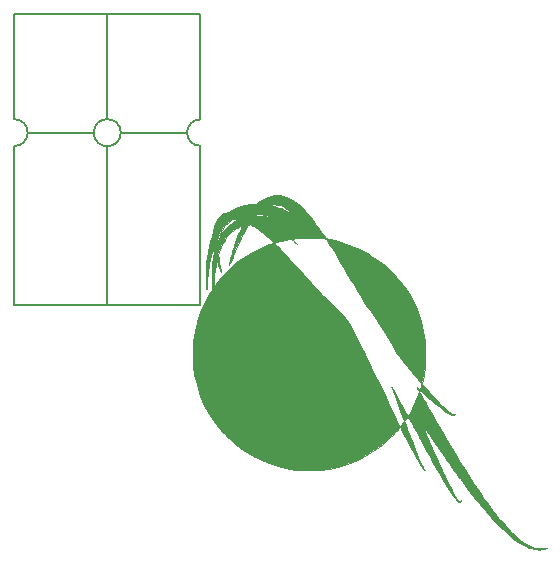
<source format=gbr>
%TF.GenerationSoftware,KiCad,Pcbnew,(5.1.10)-1*%
%TF.CreationDate,2021-12-04T17:03:40-06:00*%
%TF.ProjectId,blackbox_rev1,626c6163-6b62-46f7-985f-726576312e6b,rev?*%
%TF.SameCoordinates,Original*%
%TF.FileFunction,Legend,Bot*%
%TF.FilePolarity,Positive*%
%FSLAX46Y46*%
G04 Gerber Fmt 4.6, Leading zero omitted, Abs format (unit mm)*
G04 Created by KiCad (PCBNEW (5.1.10)-1) date 2021-12-04 17:03:40*
%MOMM*%
%LPD*%
G01*
G04 APERTURE LIST*
%ADD10C,0.010000*%
%ADD11C,0.150000*%
G04 APERTURE END LIST*
D10*
%TO.C,G\u002A\u002A\u002A*%
G36*
X106024269Y-59606685D02*
G01*
X106008547Y-59570497D01*
X105957416Y-59493518D01*
X105928081Y-59451982D01*
X105873205Y-59370979D01*
X105819438Y-59282069D01*
X105763406Y-59178140D01*
X105701736Y-59052082D01*
X105631053Y-58896787D01*
X105547984Y-58705143D01*
X105449155Y-58470041D01*
X105361169Y-58257294D01*
X105286340Y-58073597D01*
X105194050Y-57844001D01*
X105088301Y-57578691D01*
X104973093Y-57287848D01*
X104852429Y-56981657D01*
X104730309Y-56670299D01*
X104610734Y-56363959D01*
X104497706Y-56072818D01*
X104395226Y-55807060D01*
X104307294Y-55576868D01*
X104289798Y-55530684D01*
X104257389Y-55444976D01*
X104088985Y-55675575D01*
X104014527Y-55771984D01*
X103951654Y-55843160D01*
X103909066Y-55879781D01*
X103896950Y-55881378D01*
X103880149Y-55850726D01*
X103839539Y-55770526D01*
X103777351Y-55645339D01*
X103695816Y-55479725D01*
X103597165Y-55278243D01*
X103483628Y-55045454D01*
X103357437Y-54785918D01*
X103220822Y-54504195D01*
X103076014Y-54204844D01*
X103018226Y-54085187D01*
X102685527Y-53396374D01*
X102376801Y-52758058D01*
X102090227Y-52166512D01*
X101823981Y-51618009D01*
X101576240Y-51108822D01*
X101345183Y-50635225D01*
X101128986Y-50193491D01*
X100925827Y-49779893D01*
X100733883Y-49390703D01*
X100551330Y-49022196D01*
X100376347Y-48670645D01*
X100207111Y-48332322D01*
X100110778Y-48140506D01*
X99980215Y-47879366D01*
X99868725Y-47654876D01*
X99772344Y-47461882D01*
X99687107Y-47295230D01*
X99609047Y-47149763D01*
X99534201Y-47020328D01*
X99458603Y-46901771D01*
X99378288Y-46788936D01*
X99289290Y-46676669D01*
X99187645Y-46559815D01*
X99069388Y-46433220D01*
X98930552Y-46291728D01*
X98767175Y-46130186D01*
X98575289Y-45943439D01*
X98350930Y-45726332D01*
X98090133Y-45473710D01*
X97968340Y-45355351D01*
X97748659Y-45140396D01*
X97533736Y-44927847D01*
X97329178Y-44723403D01*
X97140595Y-44532766D01*
X96973592Y-44361635D01*
X96833780Y-44215713D01*
X96726764Y-44100698D01*
X96664472Y-44029936D01*
X96495057Y-43830740D01*
X96289623Y-43595200D01*
X96054177Y-43329861D01*
X95794729Y-43041266D01*
X95517285Y-42735959D01*
X95227856Y-42420484D01*
X94932449Y-42101384D01*
X94637072Y-41785204D01*
X94347734Y-41478488D01*
X94070443Y-41187779D01*
X93811207Y-40919621D01*
X93768788Y-40876158D01*
X93625321Y-40728969D01*
X93497222Y-40596746D01*
X93390028Y-40485270D01*
X93309274Y-40400322D01*
X93260498Y-40347682D01*
X93248252Y-40332676D01*
X93285155Y-40319528D01*
X93368766Y-40295473D01*
X93487379Y-40263495D01*
X93629282Y-40226580D01*
X93782768Y-40187711D01*
X93936127Y-40149874D01*
X94077650Y-40116052D01*
X94195628Y-40089232D01*
X94241208Y-40079567D01*
X94434030Y-40043209D01*
X94574163Y-40024060D01*
X94666337Y-40021770D01*
X94715285Y-40035987D01*
X94722533Y-40043871D01*
X94751218Y-40072171D01*
X94816123Y-40128417D01*
X94906356Y-40203323D01*
X94972000Y-40256476D01*
X95206165Y-40444321D01*
X94969224Y-40220845D01*
X94732283Y-39997368D01*
X94834118Y-39979143D01*
X95014617Y-39953036D01*
X95230959Y-39931887D01*
X95474944Y-39915639D01*
X95738377Y-39904229D01*
X96013061Y-39897599D01*
X96290797Y-39895688D01*
X96563389Y-39898437D01*
X96822640Y-39905784D01*
X97060352Y-39917671D01*
X97268328Y-39934038D01*
X97438372Y-39954823D01*
X97562285Y-39979968D01*
X97615975Y-39999507D01*
X97650306Y-40034930D01*
X97711069Y-40117254D01*
X97795027Y-40241174D01*
X97898940Y-40401387D01*
X98019573Y-40592589D01*
X98153687Y-40809474D01*
X98298044Y-41046739D01*
X98449407Y-41299080D01*
X98604537Y-41561192D01*
X98760197Y-41827771D01*
X98913149Y-42093513D01*
X99060155Y-42353113D01*
X99139913Y-42496062D01*
X99266475Y-42720394D01*
X99402403Y-42954604D01*
X99539773Y-43185499D01*
X99670662Y-43399885D01*
X99787143Y-43584569D01*
X99861201Y-43697007D01*
X99972003Y-43866194D01*
X100100683Y-44071748D01*
X100237111Y-44296921D01*
X100371155Y-44524965D01*
X100492686Y-44739133D01*
X100504845Y-44761107D01*
X100654054Y-45024712D01*
X100800780Y-45268345D01*
X100955576Y-45508384D01*
X101128999Y-45761207D01*
X101327161Y-46037112D01*
X101751509Y-46630004D01*
X102152504Y-47215779D01*
X102539470Y-47808884D01*
X102921728Y-48423764D01*
X103308600Y-49074868D01*
X103488372Y-49386487D01*
X103596246Y-49571854D01*
X103694409Y-49731859D01*
X103791710Y-49879041D01*
X103896996Y-50025938D01*
X104019116Y-50185087D01*
X104166918Y-50369026D01*
X104272315Y-50497362D01*
X104417778Y-50673808D01*
X104562467Y-50849808D01*
X104698180Y-51015346D01*
X104816711Y-51160404D01*
X104909856Y-51274967D01*
X104948628Y-51323012D01*
X105041939Y-51437960D01*
X105160081Y-51581693D01*
X105289018Y-51737224D01*
X105414716Y-51887566D01*
X105435498Y-51912272D01*
X105537843Y-52036195D01*
X105624685Y-52145905D01*
X105689242Y-52232468D01*
X105724729Y-52286951D01*
X105729451Y-52299342D01*
X105721442Y-52344428D01*
X105700831Y-52426365D01*
X105672748Y-52527507D01*
X105642320Y-52630206D01*
X105614676Y-52716815D01*
X105594945Y-52769685D01*
X105590563Y-52777286D01*
X105564348Y-52765129D01*
X105508014Y-52720513D01*
X105438150Y-52657191D01*
X105368862Y-52594753D01*
X105336426Y-52574064D01*
X105342715Y-52596286D01*
X105344369Y-52599017D01*
X105386345Y-52672004D01*
X105437985Y-52767864D01*
X105458359Y-52807262D01*
X105499331Y-52884276D01*
X105524459Y-52914181D01*
X105544244Y-52903827D01*
X105561481Y-52874538D01*
X105577639Y-52849972D01*
X105598047Y-52841554D01*
X105630422Y-52854108D01*
X105682480Y-52892462D01*
X105761941Y-52961439D01*
X105876522Y-53065866D01*
X105895787Y-53083572D01*
X106235604Y-53393387D01*
X106538338Y-53663587D01*
X106808463Y-53897902D01*
X107050450Y-54100062D01*
X107268771Y-54273799D01*
X107467901Y-54422841D01*
X107652310Y-54550920D01*
X107665976Y-54559986D01*
X107910396Y-54711331D01*
X108119546Y-54819064D01*
X108292386Y-54882819D01*
X108427875Y-54902224D01*
X108524974Y-54876913D01*
X108536662Y-54868855D01*
X108568713Y-54840781D01*
X108562746Y-54827071D01*
X108510065Y-54822380D01*
X108459975Y-54821721D01*
X108326123Y-54801869D01*
X108193317Y-54738341D01*
X108187403Y-54734621D01*
X108082244Y-54660320D01*
X107946045Y-54552882D01*
X107789871Y-54421982D01*
X107624788Y-54277292D01*
X107461862Y-54128488D01*
X107312160Y-53985243D01*
X107200610Y-53871955D01*
X107107967Y-53773203D01*
X106990607Y-53646595D01*
X106854691Y-53498919D01*
X106706380Y-53336963D01*
X106551834Y-53167513D01*
X106397213Y-52997356D01*
X106248678Y-52833280D01*
X106112390Y-52682072D01*
X105994509Y-52550518D01*
X105901195Y-52445407D01*
X105838609Y-52373525D01*
X105818078Y-52348800D01*
X105751904Y-52264673D01*
X105833109Y-51898925D01*
X105899815Y-51581245D01*
X105951683Y-51290507D01*
X105990675Y-51009740D01*
X106018754Y-50721968D01*
X106037883Y-50410219D01*
X106050024Y-50057518D01*
X106051050Y-50014067D01*
X106054813Y-49525971D01*
X106041729Y-49080416D01*
X106010242Y-48661878D01*
X105958797Y-48254829D01*
X105885836Y-47843744D01*
X105790795Y-47417182D01*
X105582967Y-46685332D01*
X105320230Y-45975184D01*
X105004700Y-45289623D01*
X104638491Y-44631533D01*
X104223717Y-44003800D01*
X103762493Y-43409307D01*
X103256933Y-42850939D01*
X102709152Y-42331582D01*
X102121264Y-41854119D01*
X101495384Y-41421435D01*
X101312819Y-41308217D01*
X100689742Y-40962324D01*
X100037962Y-40659751D01*
X99367466Y-40404259D01*
X98688240Y-40199612D01*
X98010273Y-40049572D01*
X97938317Y-40036925D01*
X97780490Y-40004800D01*
X97678655Y-39971666D01*
X97629537Y-39937325D01*
X97602301Y-39898487D01*
X97546193Y-39817590D01*
X97466345Y-39702066D01*
X97367891Y-39559346D01*
X97255963Y-39396863D01*
X97167651Y-39268520D01*
X96838166Y-38800752D01*
X96528214Y-38384728D01*
X96234415Y-38016688D01*
X95953387Y-37692875D01*
X95681750Y-37409527D01*
X95416124Y-37162887D01*
X95153127Y-36949194D01*
X94954645Y-36807662D01*
X94779714Y-36700854D01*
X94578332Y-36594997D01*
X94369602Y-36498934D01*
X94172626Y-36421505D01*
X94018698Y-36374449D01*
X93772482Y-36330735D01*
X93506053Y-36311295D01*
X93245582Y-36317028D01*
X93053675Y-36341356D01*
X92697882Y-36439288D01*
X92356889Y-36595304D01*
X92031154Y-36809179D01*
X91918399Y-36899715D01*
X91831367Y-36967490D01*
X91760522Y-37002670D01*
X91679977Y-37015502D01*
X91622731Y-37016747D01*
X91220378Y-37040328D01*
X90812119Y-37108428D01*
X90715025Y-37134780D01*
X92933850Y-37134780D01*
X92975415Y-37108709D01*
X93014440Y-37096522D01*
X93071385Y-37089971D01*
X93169881Y-37086760D01*
X93291499Y-37087367D01*
X93329688Y-37088363D01*
X93504825Y-37101008D01*
X93649340Y-37130099D01*
X93773401Y-37173491D01*
X93976348Y-37266155D01*
X94157971Y-37372270D01*
X94334463Y-37502960D01*
X94522015Y-37669347D01*
X94588506Y-37733409D01*
X94686629Y-37831158D01*
X94759561Y-37907222D01*
X94801899Y-37955665D01*
X94808240Y-37970554D01*
X94800846Y-37966669D01*
X94490525Y-37773934D01*
X94222390Y-37620237D01*
X93994156Y-37504271D01*
X93983233Y-37499200D01*
X93822111Y-37430140D01*
X93637580Y-37359567D01*
X93446331Y-37293092D01*
X93265057Y-37236329D01*
X93110449Y-37194892D01*
X93029078Y-37178335D01*
X92951847Y-37158604D01*
X92933850Y-37134780D01*
X90715025Y-37134780D01*
X90411783Y-37217082D01*
X90033204Y-37362323D01*
X89690213Y-37540189D01*
X89600826Y-37596354D01*
X89497439Y-37656509D01*
X89395815Y-37703264D01*
X89336544Y-37721975D01*
X89258368Y-37745200D01*
X89148493Y-37787152D01*
X89028769Y-37839392D01*
X89011307Y-37847595D01*
X88771131Y-37994357D01*
X88770741Y-37994723D01*
X91694525Y-37994723D01*
X91704484Y-37970920D01*
X91732548Y-37938736D01*
X91739171Y-37931685D01*
X91776732Y-37894646D01*
X91814060Y-37871747D01*
X91862766Y-37862637D01*
X91934460Y-37866966D01*
X92040752Y-37884384D01*
X92193254Y-37914540D01*
X92208002Y-37917534D01*
X92330694Y-37944891D01*
X92471255Y-37980083D01*
X92618819Y-38019897D01*
X92762519Y-38061118D01*
X92891488Y-38100533D01*
X92994861Y-38134928D01*
X93061770Y-38161089D01*
X93081350Y-38175802D01*
X93081327Y-38175825D01*
X93048854Y-38175949D01*
X92971671Y-38166835D01*
X92864090Y-38150298D01*
X92818268Y-38142455D01*
X92687286Y-38122527D01*
X92518430Y-38101276D01*
X92333748Y-38081279D01*
X92159804Y-38065477D01*
X91974882Y-38050385D01*
X91842850Y-38037976D01*
X91756751Y-38026038D01*
X91709628Y-38012358D01*
X91694525Y-37994723D01*
X88770741Y-37994723D01*
X88562879Y-38189779D01*
X88388563Y-38430457D01*
X88250191Y-38712985D01*
X88149774Y-39033961D01*
X88089320Y-39389977D01*
X88086877Y-39413691D01*
X88065752Y-39542796D01*
X88028650Y-39695886D01*
X87983232Y-39841747D01*
X87978805Y-39853981D01*
X87861286Y-40215691D01*
X87846165Y-40274312D01*
X88431228Y-40274312D01*
X88444325Y-40059562D01*
X88457595Y-39928788D01*
X88484619Y-39821570D01*
X88534036Y-39709390D01*
X88571670Y-39639231D01*
X88827150Y-39225996D01*
X89104533Y-38867022D01*
X89405729Y-38559952D01*
X89531697Y-38452427D01*
X89711839Y-38306492D01*
X89906993Y-38325101D01*
X90008648Y-38336334D01*
X90083651Y-38347512D01*
X90114656Y-38355760D01*
X90121089Y-38363844D01*
X90115358Y-38374504D01*
X90088026Y-38394423D01*
X90029654Y-38430284D01*
X89930803Y-38488772D01*
X89906993Y-38502802D01*
X89578854Y-38723906D01*
X89284212Y-38982450D01*
X89018268Y-39283785D01*
X88776228Y-39633258D01*
X88580462Y-39982387D01*
X88431228Y-40274312D01*
X87846165Y-40274312D01*
X87754480Y-40629754D01*
X87659832Y-41089199D01*
X87578786Y-41587052D01*
X87515544Y-42090742D01*
X87501749Y-42247943D01*
X87490175Y-42439209D01*
X87480885Y-42655433D01*
X87473943Y-42887505D01*
X87469413Y-43126317D01*
X87467358Y-43362761D01*
X87467842Y-43587728D01*
X87470929Y-43792110D01*
X87476683Y-43966798D01*
X87485167Y-44102684D01*
X87496446Y-44190659D01*
X87500722Y-44207409D01*
X87517271Y-44252828D01*
X87526465Y-44255128D01*
X87530890Y-44208245D01*
X87532715Y-44132350D01*
X87542463Y-43893813D01*
X87563472Y-43610545D01*
X87593966Y-43296431D01*
X87632172Y-42965356D01*
X87676312Y-42631204D01*
X87724613Y-42307860D01*
X87775297Y-42009207D01*
X87826590Y-41749132D01*
X87851425Y-41639916D01*
X87897298Y-41457062D01*
X87945919Y-41276721D01*
X87994511Y-41107817D01*
X88040297Y-40959276D01*
X88080500Y-40840022D01*
X88112342Y-40758982D01*
X88133048Y-40725079D01*
X88136102Y-40724978D01*
X88163680Y-40773580D01*
X88177466Y-40869054D01*
X88177479Y-40999835D01*
X88163744Y-41154359D01*
X88136282Y-41321060D01*
X88134948Y-41327580D01*
X88091457Y-41551354D01*
X88056118Y-41765536D01*
X88028092Y-41980321D01*
X88006545Y-42205901D01*
X87990640Y-42452471D01*
X87979542Y-42730223D01*
X87972413Y-43049350D01*
X87968922Y-43351735D01*
X87964243Y-43936441D01*
X88137067Y-43936441D01*
X88139951Y-43819778D01*
X88145907Y-43674517D01*
X88154412Y-43511081D01*
X88164946Y-43339894D01*
X88176984Y-43171377D01*
X88190006Y-43015955D01*
X88198274Y-42931404D01*
X88214953Y-42790479D01*
X88237113Y-42628883D01*
X88262783Y-42458404D01*
X88289993Y-42290830D01*
X88316771Y-42137949D01*
X88341145Y-42011549D01*
X88361144Y-41923418D01*
X88372702Y-41888328D01*
X88388913Y-41900521D01*
X88418648Y-41960658D01*
X88457844Y-42059265D01*
X88502438Y-42186872D01*
X88507924Y-42203576D01*
X88575469Y-42405004D01*
X88635873Y-42574151D01*
X88686850Y-42705266D01*
X88726114Y-42792597D01*
X88751382Y-42830392D01*
X88756963Y-42830449D01*
X88755954Y-42797941D01*
X88743994Y-42718420D01*
X88723067Y-42603511D01*
X88695154Y-42464839D01*
X88692340Y-42451465D01*
X88654005Y-42262174D01*
X88613176Y-42047983D01*
X88575790Y-41840582D01*
X88556556Y-41726924D01*
X88498107Y-41368655D01*
X88589341Y-41106708D01*
X88665683Y-40905839D01*
X88760085Y-40685571D01*
X88864595Y-40462447D01*
X88971264Y-40253012D01*
X89072141Y-40073809D01*
X89128457Y-39984893D01*
X89271629Y-39795276D01*
X89445371Y-39599940D01*
X89631480Y-39417788D01*
X89811753Y-39267722D01*
X89836729Y-39249459D01*
X89927598Y-39189708D01*
X90039498Y-39123875D01*
X90160438Y-39058025D01*
X90278428Y-38998221D01*
X90381477Y-38950527D01*
X90457595Y-38921007D01*
X90494791Y-38915724D01*
X90495520Y-38916307D01*
X90489993Y-38947520D01*
X90464031Y-39018783D01*
X90422917Y-39115884D01*
X90413783Y-39136181D01*
X90325142Y-39340169D01*
X90225428Y-39584343D01*
X90121170Y-39851477D01*
X90018894Y-40124349D01*
X89925129Y-40385734D01*
X89846402Y-40618407D01*
X89817466Y-40709655D01*
X89767432Y-40876899D01*
X89713448Y-41065921D01*
X89657943Y-41267283D01*
X89603348Y-41471549D01*
X89552091Y-41669283D01*
X89506601Y-41851046D01*
X89469310Y-42007403D01*
X89442645Y-42128916D01*
X89429036Y-42206150D01*
X89427800Y-42223264D01*
X89438747Y-42211761D01*
X89469282Y-42150391D01*
X89516825Y-42045095D01*
X89578795Y-41901811D01*
X89652610Y-41726477D01*
X89735689Y-41525033D01*
X89798576Y-41370175D01*
X89930424Y-41046141D01*
X90046349Y-40767940D01*
X90151246Y-40525084D01*
X90250013Y-40307085D01*
X90347547Y-40103453D01*
X90448744Y-39903701D01*
X90558501Y-39697339D01*
X90681716Y-39473879D01*
X90695029Y-39450078D01*
X90814779Y-39237763D01*
X90910296Y-39072787D01*
X90985550Y-38949479D01*
X91044511Y-38862164D01*
X91091149Y-38805171D01*
X91129435Y-38772827D01*
X91163339Y-38759460D01*
X91179339Y-38758118D01*
X91233753Y-38774111D01*
X91323414Y-38817276D01*
X91434346Y-38880391D01*
X91517728Y-38932943D01*
X91640112Y-39017148D01*
X91791678Y-39127217D01*
X91955496Y-39250552D01*
X92114633Y-39374557D01*
X92159016Y-39410074D01*
X92187797Y-39433650D01*
X93930161Y-39433650D01*
X93945172Y-39418638D01*
X93960184Y-39433650D01*
X93945172Y-39448662D01*
X93930161Y-39433650D01*
X92187797Y-39433650D01*
X92218784Y-39459033D01*
X93990208Y-39459033D01*
X94013159Y-39464720D01*
X94081761Y-39508709D01*
X94195642Y-39590735D01*
X94354427Y-39710535D01*
X94434951Y-39772465D01*
X94536062Y-39852780D01*
X94614726Y-39919512D01*
X94661708Y-39964549D01*
X94670488Y-39979335D01*
X94644043Y-39966614D01*
X94581163Y-39924180D01*
X94492201Y-39859955D01*
X94387515Y-39781859D01*
X94277459Y-39697812D01*
X94172390Y-39615734D01*
X94082663Y-39543546D01*
X94018634Y-39489169D01*
X93990658Y-39460522D01*
X93990208Y-39459033D01*
X92218784Y-39459033D01*
X92288243Y-39515930D01*
X92430126Y-39635007D01*
X92577789Y-39761216D01*
X92724359Y-39888470D01*
X92862961Y-40010681D01*
X92986719Y-40121762D01*
X93088760Y-40215624D01*
X93162209Y-40286179D01*
X93200191Y-40327340D01*
X93203625Y-40335124D01*
X93173592Y-40348285D01*
X93098325Y-40377698D01*
X92989015Y-40419076D01*
X92856853Y-40468130D01*
X92850100Y-40470614D01*
X92150814Y-40758383D01*
X91475776Y-41097602D01*
X90829041Y-41485272D01*
X90214663Y-41918398D01*
X89636697Y-42393984D01*
X89099198Y-42909031D01*
X88606219Y-43460545D01*
X88332081Y-43809596D01*
X88256266Y-43909098D01*
X88193738Y-43987362D01*
X88153022Y-44033919D01*
X88142605Y-44042279D01*
X88137778Y-44014082D01*
X88137067Y-43936441D01*
X87964243Y-43936441D01*
X87961112Y-44327504D01*
X87760369Y-44657764D01*
X87393959Y-45317884D01*
X87081122Y-46004571D01*
X86821748Y-46718158D01*
X86615726Y-47458980D01*
X86462944Y-48227369D01*
X86390511Y-48755991D01*
X86376514Y-48923193D01*
X86366135Y-49136613D01*
X86359374Y-49382530D01*
X86356231Y-49647224D01*
X86356707Y-49916974D01*
X86360801Y-50178060D01*
X86368513Y-50416761D01*
X86379844Y-50619357D01*
X86390511Y-50737551D01*
X86508324Y-51526028D01*
X86680164Y-52288321D01*
X86906088Y-53024566D01*
X87186150Y-53734899D01*
X87520408Y-54419457D01*
X87908917Y-55078377D01*
X88351734Y-55711794D01*
X88522879Y-55931641D01*
X88675727Y-56113735D01*
X88861911Y-56321430D01*
X89068805Y-56541685D01*
X89283783Y-56761461D01*
X89494218Y-56967715D01*
X89687485Y-57147409D01*
X89771886Y-57221634D01*
X90375723Y-57700954D01*
X91010617Y-58129337D01*
X91674291Y-58505790D01*
X92364466Y-58829321D01*
X93078866Y-59098937D01*
X93815212Y-59313646D01*
X94571227Y-59472456D01*
X95116094Y-59550432D01*
X95339529Y-59570649D01*
X95605860Y-59585582D01*
X95899505Y-59595109D01*
X96204877Y-59599112D01*
X96506392Y-59597469D01*
X96788466Y-59590059D01*
X97035513Y-59576764D01*
X97157702Y-59566196D01*
X97935227Y-59457325D01*
X98688583Y-59293559D01*
X99418410Y-59074633D01*
X100125349Y-58800283D01*
X100810039Y-58470244D01*
X101473120Y-58084253D01*
X102115232Y-57642044D01*
X102456875Y-57377043D01*
X102587927Y-57266056D01*
X102744242Y-57125405D01*
X102916709Y-56964075D01*
X103096217Y-56791056D01*
X103273656Y-56615336D01*
X103439915Y-56445902D01*
X103585884Y-56291742D01*
X103702452Y-56161845D01*
X103762903Y-56088591D01*
X103826422Y-56009463D01*
X103875266Y-55953432D01*
X103898009Y-55933178D01*
X103914615Y-55958771D01*
X103954793Y-56031795D01*
X104015268Y-56145970D01*
X104092767Y-56295015D01*
X104184014Y-56472651D01*
X104285737Y-56672596D01*
X104355226Y-56810165D01*
X104570684Y-57233484D01*
X104777895Y-57631929D01*
X104975065Y-58002394D01*
X105160398Y-58341770D01*
X105332098Y-58646952D01*
X105488372Y-58914832D01*
X105627422Y-59142304D01*
X105747454Y-59326261D01*
X105846673Y-59463595D01*
X105923283Y-59551201D01*
X105953434Y-59575970D01*
X106005570Y-59606902D01*
X106024269Y-59606685D01*
G37*
X106024269Y-59606685D02*
X106008547Y-59570497D01*
X105957416Y-59493518D01*
X105928081Y-59451982D01*
X105873205Y-59370979D01*
X105819438Y-59282069D01*
X105763406Y-59178140D01*
X105701736Y-59052082D01*
X105631053Y-58896787D01*
X105547984Y-58705143D01*
X105449155Y-58470041D01*
X105361169Y-58257294D01*
X105286340Y-58073597D01*
X105194050Y-57844001D01*
X105088301Y-57578691D01*
X104973093Y-57287848D01*
X104852429Y-56981657D01*
X104730309Y-56670299D01*
X104610734Y-56363959D01*
X104497706Y-56072818D01*
X104395226Y-55807060D01*
X104307294Y-55576868D01*
X104289798Y-55530684D01*
X104257389Y-55444976D01*
X104088985Y-55675575D01*
X104014527Y-55771984D01*
X103951654Y-55843160D01*
X103909066Y-55879781D01*
X103896950Y-55881378D01*
X103880149Y-55850726D01*
X103839539Y-55770526D01*
X103777351Y-55645339D01*
X103695816Y-55479725D01*
X103597165Y-55278243D01*
X103483628Y-55045454D01*
X103357437Y-54785918D01*
X103220822Y-54504195D01*
X103076014Y-54204844D01*
X103018226Y-54085187D01*
X102685527Y-53396374D01*
X102376801Y-52758058D01*
X102090227Y-52166512D01*
X101823981Y-51618009D01*
X101576240Y-51108822D01*
X101345183Y-50635225D01*
X101128986Y-50193491D01*
X100925827Y-49779893D01*
X100733883Y-49390703D01*
X100551330Y-49022196D01*
X100376347Y-48670645D01*
X100207111Y-48332322D01*
X100110778Y-48140506D01*
X99980215Y-47879366D01*
X99868725Y-47654876D01*
X99772344Y-47461882D01*
X99687107Y-47295230D01*
X99609047Y-47149763D01*
X99534201Y-47020328D01*
X99458603Y-46901771D01*
X99378288Y-46788936D01*
X99289290Y-46676669D01*
X99187645Y-46559815D01*
X99069388Y-46433220D01*
X98930552Y-46291728D01*
X98767175Y-46130186D01*
X98575289Y-45943439D01*
X98350930Y-45726332D01*
X98090133Y-45473710D01*
X97968340Y-45355351D01*
X97748659Y-45140396D01*
X97533736Y-44927847D01*
X97329178Y-44723403D01*
X97140595Y-44532766D01*
X96973592Y-44361635D01*
X96833780Y-44215713D01*
X96726764Y-44100698D01*
X96664472Y-44029936D01*
X96495057Y-43830740D01*
X96289623Y-43595200D01*
X96054177Y-43329861D01*
X95794729Y-43041266D01*
X95517285Y-42735959D01*
X95227856Y-42420484D01*
X94932449Y-42101384D01*
X94637072Y-41785204D01*
X94347734Y-41478488D01*
X94070443Y-41187779D01*
X93811207Y-40919621D01*
X93768788Y-40876158D01*
X93625321Y-40728969D01*
X93497222Y-40596746D01*
X93390028Y-40485270D01*
X93309274Y-40400322D01*
X93260498Y-40347682D01*
X93248252Y-40332676D01*
X93285155Y-40319528D01*
X93368766Y-40295473D01*
X93487379Y-40263495D01*
X93629282Y-40226580D01*
X93782768Y-40187711D01*
X93936127Y-40149874D01*
X94077650Y-40116052D01*
X94195628Y-40089232D01*
X94241208Y-40079567D01*
X94434030Y-40043209D01*
X94574163Y-40024060D01*
X94666337Y-40021770D01*
X94715285Y-40035987D01*
X94722533Y-40043871D01*
X94751218Y-40072171D01*
X94816123Y-40128417D01*
X94906356Y-40203323D01*
X94972000Y-40256476D01*
X95206165Y-40444321D01*
X94969224Y-40220845D01*
X94732283Y-39997368D01*
X94834118Y-39979143D01*
X95014617Y-39953036D01*
X95230959Y-39931887D01*
X95474944Y-39915639D01*
X95738377Y-39904229D01*
X96013061Y-39897599D01*
X96290797Y-39895688D01*
X96563389Y-39898437D01*
X96822640Y-39905784D01*
X97060352Y-39917671D01*
X97268328Y-39934038D01*
X97438372Y-39954823D01*
X97562285Y-39979968D01*
X97615975Y-39999507D01*
X97650306Y-40034930D01*
X97711069Y-40117254D01*
X97795027Y-40241174D01*
X97898940Y-40401387D01*
X98019573Y-40592589D01*
X98153687Y-40809474D01*
X98298044Y-41046739D01*
X98449407Y-41299080D01*
X98604537Y-41561192D01*
X98760197Y-41827771D01*
X98913149Y-42093513D01*
X99060155Y-42353113D01*
X99139913Y-42496062D01*
X99266475Y-42720394D01*
X99402403Y-42954604D01*
X99539773Y-43185499D01*
X99670662Y-43399885D01*
X99787143Y-43584569D01*
X99861201Y-43697007D01*
X99972003Y-43866194D01*
X100100683Y-44071748D01*
X100237111Y-44296921D01*
X100371155Y-44524965D01*
X100492686Y-44739133D01*
X100504845Y-44761107D01*
X100654054Y-45024712D01*
X100800780Y-45268345D01*
X100955576Y-45508384D01*
X101128999Y-45761207D01*
X101327161Y-46037112D01*
X101751509Y-46630004D01*
X102152504Y-47215779D01*
X102539470Y-47808884D01*
X102921728Y-48423764D01*
X103308600Y-49074868D01*
X103488372Y-49386487D01*
X103596246Y-49571854D01*
X103694409Y-49731859D01*
X103791710Y-49879041D01*
X103896996Y-50025938D01*
X104019116Y-50185087D01*
X104166918Y-50369026D01*
X104272315Y-50497362D01*
X104417778Y-50673808D01*
X104562467Y-50849808D01*
X104698180Y-51015346D01*
X104816711Y-51160404D01*
X104909856Y-51274967D01*
X104948628Y-51323012D01*
X105041939Y-51437960D01*
X105160081Y-51581693D01*
X105289018Y-51737224D01*
X105414716Y-51887566D01*
X105435498Y-51912272D01*
X105537843Y-52036195D01*
X105624685Y-52145905D01*
X105689242Y-52232468D01*
X105724729Y-52286951D01*
X105729451Y-52299342D01*
X105721442Y-52344428D01*
X105700831Y-52426365D01*
X105672748Y-52527507D01*
X105642320Y-52630206D01*
X105614676Y-52716815D01*
X105594945Y-52769685D01*
X105590563Y-52777286D01*
X105564348Y-52765129D01*
X105508014Y-52720513D01*
X105438150Y-52657191D01*
X105368862Y-52594753D01*
X105336426Y-52574064D01*
X105342715Y-52596286D01*
X105344369Y-52599017D01*
X105386345Y-52672004D01*
X105437985Y-52767864D01*
X105458359Y-52807262D01*
X105499331Y-52884276D01*
X105524459Y-52914181D01*
X105544244Y-52903827D01*
X105561481Y-52874538D01*
X105577639Y-52849972D01*
X105598047Y-52841554D01*
X105630422Y-52854108D01*
X105682480Y-52892462D01*
X105761941Y-52961439D01*
X105876522Y-53065866D01*
X105895787Y-53083572D01*
X106235604Y-53393387D01*
X106538338Y-53663587D01*
X106808463Y-53897902D01*
X107050450Y-54100062D01*
X107268771Y-54273799D01*
X107467901Y-54422841D01*
X107652310Y-54550920D01*
X107665976Y-54559986D01*
X107910396Y-54711331D01*
X108119546Y-54819064D01*
X108292386Y-54882819D01*
X108427875Y-54902224D01*
X108524974Y-54876913D01*
X108536662Y-54868855D01*
X108568713Y-54840781D01*
X108562746Y-54827071D01*
X108510065Y-54822380D01*
X108459975Y-54821721D01*
X108326123Y-54801869D01*
X108193317Y-54738341D01*
X108187403Y-54734621D01*
X108082244Y-54660320D01*
X107946045Y-54552882D01*
X107789871Y-54421982D01*
X107624788Y-54277292D01*
X107461862Y-54128488D01*
X107312160Y-53985243D01*
X107200610Y-53871955D01*
X107107967Y-53773203D01*
X106990607Y-53646595D01*
X106854691Y-53498919D01*
X106706380Y-53336963D01*
X106551834Y-53167513D01*
X106397213Y-52997356D01*
X106248678Y-52833280D01*
X106112390Y-52682072D01*
X105994509Y-52550518D01*
X105901195Y-52445407D01*
X105838609Y-52373525D01*
X105818078Y-52348800D01*
X105751904Y-52264673D01*
X105833109Y-51898925D01*
X105899815Y-51581245D01*
X105951683Y-51290507D01*
X105990675Y-51009740D01*
X106018754Y-50721968D01*
X106037883Y-50410219D01*
X106050024Y-50057518D01*
X106051050Y-50014067D01*
X106054813Y-49525971D01*
X106041729Y-49080416D01*
X106010242Y-48661878D01*
X105958797Y-48254829D01*
X105885836Y-47843744D01*
X105790795Y-47417182D01*
X105582967Y-46685332D01*
X105320230Y-45975184D01*
X105004700Y-45289623D01*
X104638491Y-44631533D01*
X104223717Y-44003800D01*
X103762493Y-43409307D01*
X103256933Y-42850939D01*
X102709152Y-42331582D01*
X102121264Y-41854119D01*
X101495384Y-41421435D01*
X101312819Y-41308217D01*
X100689742Y-40962324D01*
X100037962Y-40659751D01*
X99367466Y-40404259D01*
X98688240Y-40199612D01*
X98010273Y-40049572D01*
X97938317Y-40036925D01*
X97780490Y-40004800D01*
X97678655Y-39971666D01*
X97629537Y-39937325D01*
X97602301Y-39898487D01*
X97546193Y-39817590D01*
X97466345Y-39702066D01*
X97367891Y-39559346D01*
X97255963Y-39396863D01*
X97167651Y-39268520D01*
X96838166Y-38800752D01*
X96528214Y-38384728D01*
X96234415Y-38016688D01*
X95953387Y-37692875D01*
X95681750Y-37409527D01*
X95416124Y-37162887D01*
X95153127Y-36949194D01*
X94954645Y-36807662D01*
X94779714Y-36700854D01*
X94578332Y-36594997D01*
X94369602Y-36498934D01*
X94172626Y-36421505D01*
X94018698Y-36374449D01*
X93772482Y-36330735D01*
X93506053Y-36311295D01*
X93245582Y-36317028D01*
X93053675Y-36341356D01*
X92697882Y-36439288D01*
X92356889Y-36595304D01*
X92031154Y-36809179D01*
X91918399Y-36899715D01*
X91831367Y-36967490D01*
X91760522Y-37002670D01*
X91679977Y-37015502D01*
X91622731Y-37016747D01*
X91220378Y-37040328D01*
X90812119Y-37108428D01*
X90715025Y-37134780D01*
X92933850Y-37134780D01*
X92975415Y-37108709D01*
X93014440Y-37096522D01*
X93071385Y-37089971D01*
X93169881Y-37086760D01*
X93291499Y-37087367D01*
X93329688Y-37088363D01*
X93504825Y-37101008D01*
X93649340Y-37130099D01*
X93773401Y-37173491D01*
X93976348Y-37266155D01*
X94157971Y-37372270D01*
X94334463Y-37502960D01*
X94522015Y-37669347D01*
X94588506Y-37733409D01*
X94686629Y-37831158D01*
X94759561Y-37907222D01*
X94801899Y-37955665D01*
X94808240Y-37970554D01*
X94800846Y-37966669D01*
X94490525Y-37773934D01*
X94222390Y-37620237D01*
X93994156Y-37504271D01*
X93983233Y-37499200D01*
X93822111Y-37430140D01*
X93637580Y-37359567D01*
X93446331Y-37293092D01*
X93265057Y-37236329D01*
X93110449Y-37194892D01*
X93029078Y-37178335D01*
X92951847Y-37158604D01*
X92933850Y-37134780D01*
X90715025Y-37134780D01*
X90411783Y-37217082D01*
X90033204Y-37362323D01*
X89690213Y-37540189D01*
X89600826Y-37596354D01*
X89497439Y-37656509D01*
X89395815Y-37703264D01*
X89336544Y-37721975D01*
X89258368Y-37745200D01*
X89148493Y-37787152D01*
X89028769Y-37839392D01*
X89011307Y-37847595D01*
X88771131Y-37994357D01*
X88770741Y-37994723D01*
X91694525Y-37994723D01*
X91704484Y-37970920D01*
X91732548Y-37938736D01*
X91739171Y-37931685D01*
X91776732Y-37894646D01*
X91814060Y-37871747D01*
X91862766Y-37862637D01*
X91934460Y-37866966D01*
X92040752Y-37884384D01*
X92193254Y-37914540D01*
X92208002Y-37917534D01*
X92330694Y-37944891D01*
X92471255Y-37980083D01*
X92618819Y-38019897D01*
X92762519Y-38061118D01*
X92891488Y-38100533D01*
X92994861Y-38134928D01*
X93061770Y-38161089D01*
X93081350Y-38175802D01*
X93081327Y-38175825D01*
X93048854Y-38175949D01*
X92971671Y-38166835D01*
X92864090Y-38150298D01*
X92818268Y-38142455D01*
X92687286Y-38122527D01*
X92518430Y-38101276D01*
X92333748Y-38081279D01*
X92159804Y-38065477D01*
X91974882Y-38050385D01*
X91842850Y-38037976D01*
X91756751Y-38026038D01*
X91709628Y-38012358D01*
X91694525Y-37994723D01*
X88770741Y-37994723D01*
X88562879Y-38189779D01*
X88388563Y-38430457D01*
X88250191Y-38712985D01*
X88149774Y-39033961D01*
X88089320Y-39389977D01*
X88086877Y-39413691D01*
X88065752Y-39542796D01*
X88028650Y-39695886D01*
X87983232Y-39841747D01*
X87978805Y-39853981D01*
X87861286Y-40215691D01*
X87846165Y-40274312D01*
X88431228Y-40274312D01*
X88444325Y-40059562D01*
X88457595Y-39928788D01*
X88484619Y-39821570D01*
X88534036Y-39709390D01*
X88571670Y-39639231D01*
X88827150Y-39225996D01*
X89104533Y-38867022D01*
X89405729Y-38559952D01*
X89531697Y-38452427D01*
X89711839Y-38306492D01*
X89906993Y-38325101D01*
X90008648Y-38336334D01*
X90083651Y-38347512D01*
X90114656Y-38355760D01*
X90121089Y-38363844D01*
X90115358Y-38374504D01*
X90088026Y-38394423D01*
X90029654Y-38430284D01*
X89930803Y-38488772D01*
X89906993Y-38502802D01*
X89578854Y-38723906D01*
X89284212Y-38982450D01*
X89018268Y-39283785D01*
X88776228Y-39633258D01*
X88580462Y-39982387D01*
X88431228Y-40274312D01*
X87846165Y-40274312D01*
X87754480Y-40629754D01*
X87659832Y-41089199D01*
X87578786Y-41587052D01*
X87515544Y-42090742D01*
X87501749Y-42247943D01*
X87490175Y-42439209D01*
X87480885Y-42655433D01*
X87473943Y-42887505D01*
X87469413Y-43126317D01*
X87467358Y-43362761D01*
X87467842Y-43587728D01*
X87470929Y-43792110D01*
X87476683Y-43966798D01*
X87485167Y-44102684D01*
X87496446Y-44190659D01*
X87500722Y-44207409D01*
X87517271Y-44252828D01*
X87526465Y-44255128D01*
X87530890Y-44208245D01*
X87532715Y-44132350D01*
X87542463Y-43893813D01*
X87563472Y-43610545D01*
X87593966Y-43296431D01*
X87632172Y-42965356D01*
X87676312Y-42631204D01*
X87724613Y-42307860D01*
X87775297Y-42009207D01*
X87826590Y-41749132D01*
X87851425Y-41639916D01*
X87897298Y-41457062D01*
X87945919Y-41276721D01*
X87994511Y-41107817D01*
X88040297Y-40959276D01*
X88080500Y-40840022D01*
X88112342Y-40758982D01*
X88133048Y-40725079D01*
X88136102Y-40724978D01*
X88163680Y-40773580D01*
X88177466Y-40869054D01*
X88177479Y-40999835D01*
X88163744Y-41154359D01*
X88136282Y-41321060D01*
X88134948Y-41327580D01*
X88091457Y-41551354D01*
X88056118Y-41765536D01*
X88028092Y-41980321D01*
X88006545Y-42205901D01*
X87990640Y-42452471D01*
X87979542Y-42730223D01*
X87972413Y-43049350D01*
X87968922Y-43351735D01*
X87964243Y-43936441D01*
X88137067Y-43936441D01*
X88139951Y-43819778D01*
X88145907Y-43674517D01*
X88154412Y-43511081D01*
X88164946Y-43339894D01*
X88176984Y-43171377D01*
X88190006Y-43015955D01*
X88198274Y-42931404D01*
X88214953Y-42790479D01*
X88237113Y-42628883D01*
X88262783Y-42458404D01*
X88289993Y-42290830D01*
X88316771Y-42137949D01*
X88341145Y-42011549D01*
X88361144Y-41923418D01*
X88372702Y-41888328D01*
X88388913Y-41900521D01*
X88418648Y-41960658D01*
X88457844Y-42059265D01*
X88502438Y-42186872D01*
X88507924Y-42203576D01*
X88575469Y-42405004D01*
X88635873Y-42574151D01*
X88686850Y-42705266D01*
X88726114Y-42792597D01*
X88751382Y-42830392D01*
X88756963Y-42830449D01*
X88755954Y-42797941D01*
X88743994Y-42718420D01*
X88723067Y-42603511D01*
X88695154Y-42464839D01*
X88692340Y-42451465D01*
X88654005Y-42262174D01*
X88613176Y-42047983D01*
X88575790Y-41840582D01*
X88556556Y-41726924D01*
X88498107Y-41368655D01*
X88589341Y-41106708D01*
X88665683Y-40905839D01*
X88760085Y-40685571D01*
X88864595Y-40462447D01*
X88971264Y-40253012D01*
X89072141Y-40073809D01*
X89128457Y-39984893D01*
X89271629Y-39795276D01*
X89445371Y-39599940D01*
X89631480Y-39417788D01*
X89811753Y-39267722D01*
X89836729Y-39249459D01*
X89927598Y-39189708D01*
X90039498Y-39123875D01*
X90160438Y-39058025D01*
X90278428Y-38998221D01*
X90381477Y-38950527D01*
X90457595Y-38921007D01*
X90494791Y-38915724D01*
X90495520Y-38916307D01*
X90489993Y-38947520D01*
X90464031Y-39018783D01*
X90422917Y-39115884D01*
X90413783Y-39136181D01*
X90325142Y-39340169D01*
X90225428Y-39584343D01*
X90121170Y-39851477D01*
X90018894Y-40124349D01*
X89925129Y-40385734D01*
X89846402Y-40618407D01*
X89817466Y-40709655D01*
X89767432Y-40876899D01*
X89713448Y-41065921D01*
X89657943Y-41267283D01*
X89603348Y-41471549D01*
X89552091Y-41669283D01*
X89506601Y-41851046D01*
X89469310Y-42007403D01*
X89442645Y-42128916D01*
X89429036Y-42206150D01*
X89427800Y-42223264D01*
X89438747Y-42211761D01*
X89469282Y-42150391D01*
X89516825Y-42045095D01*
X89578795Y-41901811D01*
X89652610Y-41726477D01*
X89735689Y-41525033D01*
X89798576Y-41370175D01*
X89930424Y-41046141D01*
X90046349Y-40767940D01*
X90151246Y-40525084D01*
X90250013Y-40307085D01*
X90347547Y-40103453D01*
X90448744Y-39903701D01*
X90558501Y-39697339D01*
X90681716Y-39473879D01*
X90695029Y-39450078D01*
X90814779Y-39237763D01*
X90910296Y-39072787D01*
X90985550Y-38949479D01*
X91044511Y-38862164D01*
X91091149Y-38805171D01*
X91129435Y-38772827D01*
X91163339Y-38759460D01*
X91179339Y-38758118D01*
X91233753Y-38774111D01*
X91323414Y-38817276D01*
X91434346Y-38880391D01*
X91517728Y-38932943D01*
X91640112Y-39017148D01*
X91791678Y-39127217D01*
X91955496Y-39250552D01*
X92114633Y-39374557D01*
X92159016Y-39410074D01*
X92187797Y-39433650D01*
X93930161Y-39433650D01*
X93945172Y-39418638D01*
X93960184Y-39433650D01*
X93945172Y-39448662D01*
X93930161Y-39433650D01*
X92187797Y-39433650D01*
X92218784Y-39459033D01*
X93990208Y-39459033D01*
X94013159Y-39464720D01*
X94081761Y-39508709D01*
X94195642Y-39590735D01*
X94354427Y-39710535D01*
X94434951Y-39772465D01*
X94536062Y-39852780D01*
X94614726Y-39919512D01*
X94661708Y-39964549D01*
X94670488Y-39979335D01*
X94644043Y-39966614D01*
X94581163Y-39924180D01*
X94492201Y-39859955D01*
X94387515Y-39781859D01*
X94277459Y-39697812D01*
X94172390Y-39615734D01*
X94082663Y-39543546D01*
X94018634Y-39489169D01*
X93990658Y-39460522D01*
X93990208Y-39459033D01*
X92218784Y-39459033D01*
X92288243Y-39515930D01*
X92430126Y-39635007D01*
X92577789Y-39761216D01*
X92724359Y-39888470D01*
X92862961Y-40010681D01*
X92986719Y-40121762D01*
X93088760Y-40215624D01*
X93162209Y-40286179D01*
X93200191Y-40327340D01*
X93203625Y-40335124D01*
X93173592Y-40348285D01*
X93098325Y-40377698D01*
X92989015Y-40419076D01*
X92856853Y-40468130D01*
X92850100Y-40470614D01*
X92150814Y-40758383D01*
X91475776Y-41097602D01*
X90829041Y-41485272D01*
X90214663Y-41918398D01*
X89636697Y-42393984D01*
X89099198Y-42909031D01*
X88606219Y-43460545D01*
X88332081Y-43809596D01*
X88256266Y-43909098D01*
X88193738Y-43987362D01*
X88153022Y-44033919D01*
X88142605Y-44042279D01*
X88137778Y-44014082D01*
X88137067Y-43936441D01*
X87964243Y-43936441D01*
X87961112Y-44327504D01*
X87760369Y-44657764D01*
X87393959Y-45317884D01*
X87081122Y-46004571D01*
X86821748Y-46718158D01*
X86615726Y-47458980D01*
X86462944Y-48227369D01*
X86390511Y-48755991D01*
X86376514Y-48923193D01*
X86366135Y-49136613D01*
X86359374Y-49382530D01*
X86356231Y-49647224D01*
X86356707Y-49916974D01*
X86360801Y-50178060D01*
X86368513Y-50416761D01*
X86379844Y-50619357D01*
X86390511Y-50737551D01*
X86508324Y-51526028D01*
X86680164Y-52288321D01*
X86906088Y-53024566D01*
X87186150Y-53734899D01*
X87520408Y-54419457D01*
X87908917Y-55078377D01*
X88351734Y-55711794D01*
X88522879Y-55931641D01*
X88675727Y-56113735D01*
X88861911Y-56321430D01*
X89068805Y-56541685D01*
X89283783Y-56761461D01*
X89494218Y-56967715D01*
X89687485Y-57147409D01*
X89771886Y-57221634D01*
X90375723Y-57700954D01*
X91010617Y-58129337D01*
X91674291Y-58505790D01*
X92364466Y-58829321D01*
X93078866Y-59098937D01*
X93815212Y-59313646D01*
X94571227Y-59472456D01*
X95116094Y-59550432D01*
X95339529Y-59570649D01*
X95605860Y-59585582D01*
X95899505Y-59595109D01*
X96204877Y-59599112D01*
X96506392Y-59597469D01*
X96788466Y-59590059D01*
X97035513Y-59576764D01*
X97157702Y-59566196D01*
X97935227Y-59457325D01*
X98688583Y-59293559D01*
X99418410Y-59074633D01*
X100125349Y-58800283D01*
X100810039Y-58470244D01*
X101473120Y-58084253D01*
X102115232Y-57642044D01*
X102456875Y-57377043D01*
X102587927Y-57266056D01*
X102744242Y-57125405D01*
X102916709Y-56964075D01*
X103096217Y-56791056D01*
X103273656Y-56615336D01*
X103439915Y-56445902D01*
X103585884Y-56291742D01*
X103702452Y-56161845D01*
X103762903Y-56088591D01*
X103826422Y-56009463D01*
X103875266Y-55953432D01*
X103898009Y-55933178D01*
X103914615Y-55958771D01*
X103954793Y-56031795D01*
X104015268Y-56145970D01*
X104092767Y-56295015D01*
X104184014Y-56472651D01*
X104285737Y-56672596D01*
X104355226Y-56810165D01*
X104570684Y-57233484D01*
X104777895Y-57631929D01*
X104975065Y-58002394D01*
X105160398Y-58341770D01*
X105332098Y-58646952D01*
X105488372Y-58914832D01*
X105627422Y-59142304D01*
X105747454Y-59326261D01*
X105846673Y-59463595D01*
X105923283Y-59551201D01*
X105953434Y-59575970D01*
X106005570Y-59606902D01*
X106024269Y-59606685D01*
G36*
X103207466Y-52553981D02*
G01*
X103192454Y-52538969D01*
X103177442Y-52553981D01*
X103192454Y-52568993D01*
X103207466Y-52553981D01*
G37*
X103207466Y-52553981D02*
X103192454Y-52538969D01*
X103177442Y-52553981D01*
X103192454Y-52568993D01*
X103207466Y-52553981D01*
G36*
X115863925Y-66300288D02*
G01*
X116060447Y-66271944D01*
X116220454Y-66225427D01*
X116244860Y-66214859D01*
X116342808Y-66169469D01*
X116252737Y-66184706D01*
X115939257Y-66219863D01*
X115645633Y-66217522D01*
X115385203Y-66177828D01*
X115374450Y-66175159D01*
X115070969Y-66075357D01*
X114754722Y-65925808D01*
X114424630Y-65725633D01*
X114079613Y-65473955D01*
X113718593Y-65169895D01*
X113340492Y-64812576D01*
X112944230Y-64401119D01*
X112528730Y-63934646D01*
X112321685Y-63690396D01*
X112129869Y-63458732D01*
X111946616Y-63232824D01*
X111769057Y-63008522D01*
X111594317Y-62781675D01*
X111419527Y-62548131D01*
X111241813Y-62303739D01*
X111058305Y-62044349D01*
X110866131Y-61765808D01*
X110662419Y-61463966D01*
X110444297Y-61134671D01*
X110208894Y-60773772D01*
X109953338Y-60377119D01*
X109674758Y-59940559D01*
X109370280Y-59459943D01*
X109114407Y-59054099D01*
X108530914Y-58113174D01*
X107969699Y-57180384D01*
X107439785Y-56270786D01*
X107306420Y-56036724D01*
X107185894Y-55825252D01*
X107046260Y-55582030D01*
X106899014Y-55326971D01*
X106755650Y-55079987D01*
X106629861Y-54864732D01*
X106504572Y-54649960D01*
X106367137Y-54412113D01*
X106228163Y-54169696D01*
X106098257Y-53941213D01*
X105988027Y-53745171D01*
X105984500Y-53738845D01*
X105889434Y-53568575D01*
X105799248Y-53407585D01*
X105719941Y-53266543D01*
X105657516Y-53156122D01*
X105617970Y-53086990D01*
X105616725Y-53084850D01*
X105541200Y-52955198D01*
X105424642Y-53264992D01*
X105363509Y-53418205D01*
X105287504Y-53594169D01*
X105200441Y-53785403D01*
X105106133Y-53984427D01*
X105008393Y-54183761D01*
X104911034Y-54375923D01*
X104817868Y-54553435D01*
X104732710Y-54708814D01*
X104659372Y-54834582D01*
X104601666Y-54923257D01*
X104563406Y-54967359D01*
X104555094Y-54970884D01*
X104534921Y-54945783D01*
X104491616Y-54876177D01*
X104430174Y-54770615D01*
X104355592Y-54637644D01*
X104287524Y-54513024D01*
X104177614Y-54310285D01*
X104059757Y-54094271D01*
X103937541Y-53871435D01*
X103814557Y-53648228D01*
X103694394Y-53431103D01*
X103580641Y-53226511D01*
X103476887Y-53040904D01*
X103386721Y-52880735D01*
X103313734Y-52752456D01*
X103261514Y-52662517D01*
X103233651Y-52617373D01*
X103231087Y-52614029D01*
X103229005Y-52627208D01*
X103244964Y-52686402D01*
X103275931Y-52781399D01*
X103306901Y-52869229D01*
X103382116Y-53075894D01*
X103465723Y-53303875D01*
X103555333Y-53546807D01*
X103648557Y-53798325D01*
X103743004Y-54052065D01*
X103836285Y-54301661D01*
X103926011Y-54540749D01*
X104009791Y-54762962D01*
X104085236Y-54961937D01*
X104149956Y-55131308D01*
X104201562Y-55264710D01*
X104237663Y-55355778D01*
X104255869Y-55398147D01*
X104257157Y-55400222D01*
X104282481Y-55388481D01*
X104329978Y-55335925D01*
X104390554Y-55252999D01*
X104407434Y-55227586D01*
X104470058Y-55135029D01*
X104521101Y-55066132D01*
X104551427Y-55033053D01*
X104554550Y-55031790D01*
X104573559Y-55057349D01*
X104616295Y-55128470D01*
X104678483Y-55237596D01*
X104755851Y-55377170D01*
X104844126Y-55539633D01*
X104888789Y-55622913D01*
X104993970Y-55818749D01*
X105119899Y-56051443D01*
X105258082Y-56305405D01*
X105400024Y-56565048D01*
X105537229Y-56814783D01*
X105620512Y-56965613D01*
X105741405Y-57184399D01*
X105883415Y-57442018D01*
X106038910Y-57724584D01*
X106200255Y-58018211D01*
X106359819Y-58309016D01*
X106509967Y-58583113D01*
X106562313Y-58678804D01*
X106805594Y-59120200D01*
X107044553Y-59546884D01*
X107276601Y-59954514D01*
X107499150Y-60338746D01*
X107709611Y-60695240D01*
X107905396Y-61019651D01*
X108083916Y-61307638D01*
X108242583Y-61554857D01*
X108378809Y-61756967D01*
X108481703Y-61898829D01*
X108625832Y-62072618D01*
X108754376Y-62197571D01*
X108865204Y-62272497D01*
X108956185Y-62296207D01*
X109025191Y-62267512D01*
X109057256Y-62220181D01*
X109086979Y-62139980D01*
X109092094Y-62092829D01*
X109075179Y-62086533D01*
X109038810Y-62128896D01*
X109031136Y-62141075D01*
X108973200Y-62211445D01*
X108919373Y-62231113D01*
X108918660Y-62230985D01*
X108862235Y-62194970D01*
X108784089Y-62105037D01*
X108685170Y-61962870D01*
X108566429Y-61770155D01*
X108428814Y-61528577D01*
X108273275Y-61239820D01*
X108100761Y-60905570D01*
X107912223Y-60527511D01*
X107708609Y-60107328D01*
X107635944Y-59954809D01*
X107564381Y-59802319D01*
X107477035Y-59613433D01*
X107376103Y-59393092D01*
X107263784Y-59146236D01*
X107142275Y-58877808D01*
X107013774Y-58592748D01*
X106880479Y-58295998D01*
X106744587Y-57992499D01*
X106608297Y-57687191D01*
X106473805Y-57385017D01*
X106343311Y-57090917D01*
X106219011Y-56809833D01*
X106103103Y-56546705D01*
X105997785Y-56306475D01*
X105905255Y-56094085D01*
X105827711Y-55914475D01*
X105767351Y-55772586D01*
X105726371Y-55673361D01*
X105706971Y-55621739D01*
X105705834Y-55615383D01*
X105724215Y-55636866D01*
X105771285Y-55701605D01*
X105842388Y-55802915D01*
X105932868Y-55934114D01*
X106038068Y-56088518D01*
X106119759Y-56209483D01*
X106255938Y-56410597D01*
X106417162Y-56646578D01*
X106599315Y-56911547D01*
X106798283Y-57199626D01*
X107009949Y-57504934D01*
X107230199Y-57821593D01*
X107454917Y-58143722D01*
X107679988Y-58465442D01*
X107901297Y-58780874D01*
X108114728Y-59084138D01*
X108316168Y-59369355D01*
X108501499Y-59630645D01*
X108666607Y-59862129D01*
X108807377Y-60057927D01*
X108919694Y-60212161D01*
X108951380Y-60255045D01*
X109499447Y-60983816D01*
X110022115Y-61659902D01*
X110520516Y-62284483D01*
X110995785Y-62858743D01*
X111449054Y-63383861D01*
X111881456Y-63861020D01*
X112294125Y-64291402D01*
X112688194Y-64676189D01*
X113064796Y-65016561D01*
X113425064Y-65313700D01*
X113770133Y-65568789D01*
X114101134Y-65783009D01*
X114419202Y-65957541D01*
X114421295Y-65958581D01*
X114658388Y-66071734D01*
X114860180Y-66156677D01*
X115041453Y-66218328D01*
X115216986Y-66261607D01*
X115401563Y-66291431D01*
X115433273Y-66295325D01*
X115648873Y-66308676D01*
X115863925Y-66300288D01*
G37*
X115863925Y-66300288D02*
X116060447Y-66271944D01*
X116220454Y-66225427D01*
X116244860Y-66214859D01*
X116342808Y-66169469D01*
X116252737Y-66184706D01*
X115939257Y-66219863D01*
X115645633Y-66217522D01*
X115385203Y-66177828D01*
X115374450Y-66175159D01*
X115070969Y-66075357D01*
X114754722Y-65925808D01*
X114424630Y-65725633D01*
X114079613Y-65473955D01*
X113718593Y-65169895D01*
X113340492Y-64812576D01*
X112944230Y-64401119D01*
X112528730Y-63934646D01*
X112321685Y-63690396D01*
X112129869Y-63458732D01*
X111946616Y-63232824D01*
X111769057Y-63008522D01*
X111594317Y-62781675D01*
X111419527Y-62548131D01*
X111241813Y-62303739D01*
X111058305Y-62044349D01*
X110866131Y-61765808D01*
X110662419Y-61463966D01*
X110444297Y-61134671D01*
X110208894Y-60773772D01*
X109953338Y-60377119D01*
X109674758Y-59940559D01*
X109370280Y-59459943D01*
X109114407Y-59054099D01*
X108530914Y-58113174D01*
X107969699Y-57180384D01*
X107439785Y-56270786D01*
X107306420Y-56036724D01*
X107185894Y-55825252D01*
X107046260Y-55582030D01*
X106899014Y-55326971D01*
X106755650Y-55079987D01*
X106629861Y-54864732D01*
X106504572Y-54649960D01*
X106367137Y-54412113D01*
X106228163Y-54169696D01*
X106098257Y-53941213D01*
X105988027Y-53745171D01*
X105984500Y-53738845D01*
X105889434Y-53568575D01*
X105799248Y-53407585D01*
X105719941Y-53266543D01*
X105657516Y-53156122D01*
X105617970Y-53086990D01*
X105616725Y-53084850D01*
X105541200Y-52955198D01*
X105424642Y-53264992D01*
X105363509Y-53418205D01*
X105287504Y-53594169D01*
X105200441Y-53785403D01*
X105106133Y-53984427D01*
X105008393Y-54183761D01*
X104911034Y-54375923D01*
X104817868Y-54553435D01*
X104732710Y-54708814D01*
X104659372Y-54834582D01*
X104601666Y-54923257D01*
X104563406Y-54967359D01*
X104555094Y-54970884D01*
X104534921Y-54945783D01*
X104491616Y-54876177D01*
X104430174Y-54770615D01*
X104355592Y-54637644D01*
X104287524Y-54513024D01*
X104177614Y-54310285D01*
X104059757Y-54094271D01*
X103937541Y-53871435D01*
X103814557Y-53648228D01*
X103694394Y-53431103D01*
X103580641Y-53226511D01*
X103476887Y-53040904D01*
X103386721Y-52880735D01*
X103313734Y-52752456D01*
X103261514Y-52662517D01*
X103233651Y-52617373D01*
X103231087Y-52614029D01*
X103229005Y-52627208D01*
X103244964Y-52686402D01*
X103275931Y-52781399D01*
X103306901Y-52869229D01*
X103382116Y-53075894D01*
X103465723Y-53303875D01*
X103555333Y-53546807D01*
X103648557Y-53798325D01*
X103743004Y-54052065D01*
X103836285Y-54301661D01*
X103926011Y-54540749D01*
X104009791Y-54762962D01*
X104085236Y-54961937D01*
X104149956Y-55131308D01*
X104201562Y-55264710D01*
X104237663Y-55355778D01*
X104255869Y-55398147D01*
X104257157Y-55400222D01*
X104282481Y-55388481D01*
X104329978Y-55335925D01*
X104390554Y-55252999D01*
X104407434Y-55227586D01*
X104470058Y-55135029D01*
X104521101Y-55066132D01*
X104551427Y-55033053D01*
X104554550Y-55031790D01*
X104573559Y-55057349D01*
X104616295Y-55128470D01*
X104678483Y-55237596D01*
X104755851Y-55377170D01*
X104844126Y-55539633D01*
X104888789Y-55622913D01*
X104993970Y-55818749D01*
X105119899Y-56051443D01*
X105258082Y-56305405D01*
X105400024Y-56565048D01*
X105537229Y-56814783D01*
X105620512Y-56965613D01*
X105741405Y-57184399D01*
X105883415Y-57442018D01*
X106038910Y-57724584D01*
X106200255Y-58018211D01*
X106359819Y-58309016D01*
X106509967Y-58583113D01*
X106562313Y-58678804D01*
X106805594Y-59120200D01*
X107044553Y-59546884D01*
X107276601Y-59954514D01*
X107499150Y-60338746D01*
X107709611Y-60695240D01*
X107905396Y-61019651D01*
X108083916Y-61307638D01*
X108242583Y-61554857D01*
X108378809Y-61756967D01*
X108481703Y-61898829D01*
X108625832Y-62072618D01*
X108754376Y-62197571D01*
X108865204Y-62272497D01*
X108956185Y-62296207D01*
X109025191Y-62267512D01*
X109057256Y-62220181D01*
X109086979Y-62139980D01*
X109092094Y-62092829D01*
X109075179Y-62086533D01*
X109038810Y-62128896D01*
X109031136Y-62141075D01*
X108973200Y-62211445D01*
X108919373Y-62231113D01*
X108918660Y-62230985D01*
X108862235Y-62194970D01*
X108784089Y-62105037D01*
X108685170Y-61962870D01*
X108566429Y-61770155D01*
X108428814Y-61528577D01*
X108273275Y-61239820D01*
X108100761Y-60905570D01*
X107912223Y-60527511D01*
X107708609Y-60107328D01*
X107635944Y-59954809D01*
X107564381Y-59802319D01*
X107477035Y-59613433D01*
X107376103Y-59393092D01*
X107263784Y-59146236D01*
X107142275Y-58877808D01*
X107013774Y-58592748D01*
X106880479Y-58295998D01*
X106744587Y-57992499D01*
X106608297Y-57687191D01*
X106473805Y-57385017D01*
X106343311Y-57090917D01*
X106219011Y-56809833D01*
X106103103Y-56546705D01*
X105997785Y-56306475D01*
X105905255Y-56094085D01*
X105827711Y-55914475D01*
X105767351Y-55772586D01*
X105726371Y-55673361D01*
X105706971Y-55621739D01*
X105705834Y-55615383D01*
X105724215Y-55636866D01*
X105771285Y-55701605D01*
X105842388Y-55802915D01*
X105932868Y-55934114D01*
X106038068Y-56088518D01*
X106119759Y-56209483D01*
X106255938Y-56410597D01*
X106417162Y-56646578D01*
X106599315Y-56911547D01*
X106798283Y-57199626D01*
X107009949Y-57504934D01*
X107230199Y-57821593D01*
X107454917Y-58143722D01*
X107679988Y-58465442D01*
X107901297Y-58780874D01*
X108114728Y-59084138D01*
X108316168Y-59369355D01*
X108501499Y-59630645D01*
X108666607Y-59862129D01*
X108807377Y-60057927D01*
X108919694Y-60212161D01*
X108951380Y-60255045D01*
X109499447Y-60983816D01*
X110022115Y-61659902D01*
X110520516Y-62284483D01*
X110995785Y-62858743D01*
X111449054Y-63383861D01*
X111881456Y-63861020D01*
X112294125Y-64291402D01*
X112688194Y-64676189D01*
X113064796Y-65016561D01*
X113425064Y-65313700D01*
X113770133Y-65568789D01*
X114101134Y-65783009D01*
X114419202Y-65957541D01*
X114421295Y-65958581D01*
X114658388Y-66071734D01*
X114860180Y-66156677D01*
X115041453Y-66218328D01*
X115216986Y-66261607D01*
X115401563Y-66291431D01*
X115433273Y-66295325D01*
X115648873Y-66308676D01*
X115863925Y-66300288D01*
D11*
%TO.C,Conn1*%
X71247000Y-20955000D02*
X86995000Y-20955000D01*
X71247000Y-45593000D02*
X86995000Y-45593000D01*
X71247000Y-29870400D02*
X71247000Y-28651200D01*
X86995000Y-33324800D02*
X86995000Y-32131000D01*
X84683600Y-31013400D02*
X85852000Y-31013400D01*
X86995000Y-28702000D02*
X86995000Y-29870400D01*
X71247000Y-33274000D02*
X71247000Y-32181800D01*
X72390000Y-31013400D02*
X73558400Y-31013400D01*
X81407000Y-31013400D02*
X80264000Y-31013400D01*
X79095600Y-20980400D02*
X79095600Y-29870400D01*
X76835000Y-31013400D02*
X77978000Y-31013400D01*
X79121000Y-33299400D02*
X79121000Y-32156400D01*
X81407000Y-31013400D02*
X84709000Y-31013400D01*
X79121000Y-33299400D02*
X79121000Y-45593000D01*
X76835000Y-31013400D02*
X73558400Y-31013400D01*
X80264000Y-31013400D02*
G75*
G03*
X80264000Y-31013400I-1143000J0D01*
G01*
X86995000Y-33299400D02*
X86995000Y-45593000D01*
X86995000Y-28727400D02*
X86995000Y-20980400D01*
X71247000Y-20980400D02*
X71247000Y-28727400D01*
X71247000Y-33299400D02*
X71247000Y-45593000D01*
X71247000Y-29870400D02*
G75*
G02*
X72390000Y-31013400I0J-1143000D01*
G01*
X72390000Y-31013400D02*
G75*
G02*
X71247000Y-32156400I-1143000J0D01*
G01*
X85877400Y-31013400D02*
G75*
G02*
X86995000Y-29895800I1117600J0D01*
G01*
X86995000Y-32131000D02*
G75*
G02*
X85877400Y-31013400I0J1117600D01*
G01*
%TD*%
M02*

</source>
